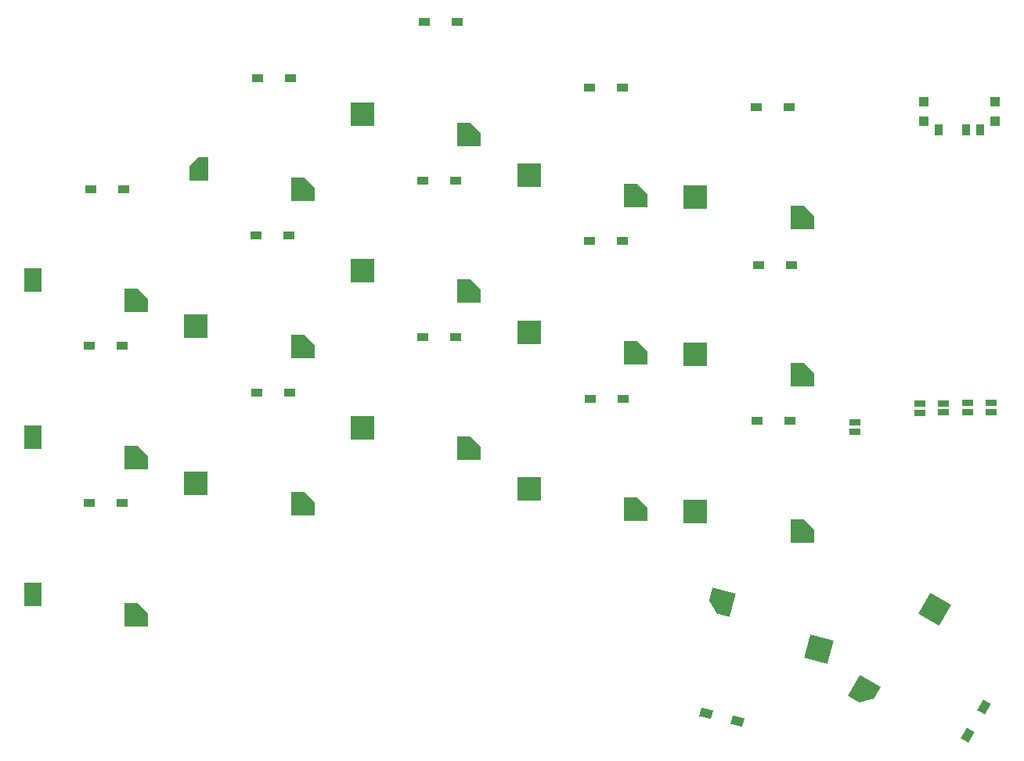
<source format=gbp>
G04 #@! TF.GenerationSoftware,KiCad,Pcbnew,9.0.2*
G04 #@! TF.CreationDate,2025-05-13T18:54:25-04:00*
G04 #@! TF.ProjectId,chocofi,63686f63-6f66-4692-9e6b-696361645f70,2.1*
G04 #@! TF.SameCoordinates,Original*
G04 #@! TF.FileFunction,Paste,Bot*
G04 #@! TF.FilePolarity,Positive*
%FSLAX46Y46*%
G04 Gerber Fmt 4.6, Leading zero omitted, Abs format (unit mm)*
G04 Created by KiCad (PCBNEW 9.0.2) date 2025-05-13 18:54:25*
%MOMM*%
%LPD*%
G01*
G04 APERTURE LIST*
G04 Aperture macros list*
%AMRotRect*
0 Rectangle, with rotation*
0 The origin of the aperture is its center*
0 $1 length*
0 $2 width*
0 $3 Rotation angle, in degrees counterclockwise*
0 Add horizontal line*
21,1,$1,$2,0,0,$3*%
%AMOutline5P*
0 Free polygon, 5 corners , with rotation*
0 The origin of the aperture is its center*
0 number of corners: always 5*
0 $1 to $10 corner X, Y*
0 $11 Rotation angle, in degrees counterclockwise*
0 create outline with 5 corners*
4,1,5,$1,$2,$3,$4,$5,$6,$7,$8,$9,$10,$1,$2,$11*%
%AMOutline6P*
0 Free polygon, 6 corners , with rotation*
0 The origin of the aperture is its center*
0 number of corners: always 6*
0 $1 to $12 corner X, Y*
0 $13 Rotation angle, in degrees counterclockwise*
0 create outline with 6 corners*
4,1,6,$1,$2,$3,$4,$5,$6,$7,$8,$9,$10,$11,$12,$1,$2,$13*%
%AMOutline7P*
0 Free polygon, 7 corners , with rotation*
0 The origin of the aperture is its center*
0 number of corners: always 7*
0 $1 to $14 corner X, Y*
0 $15 Rotation angle, in degrees counterclockwise*
0 create outline with 7 corners*
4,1,7,$1,$2,$3,$4,$5,$6,$7,$8,$9,$10,$11,$12,$13,$14,$1,$2,$15*%
%AMOutline8P*
0 Free polygon, 8 corners , with rotation*
0 The origin of the aperture is its center*
0 number of corners: always 8*
0 $1 to $16 corner X, Y*
0 $17 Rotation angle, in degrees counterclockwise*
0 create outline with 8 corners*
4,1,8,$1,$2,$3,$4,$5,$6,$7,$8,$9,$10,$11,$12,$13,$14,$15,$16,$1,$2,$17*%
G04 Aperture macros list end*
%ADD10R,1.300000X0.950000*%
%ADD11RotRect,1.300000X0.950000X345.000000*%
%ADD12RotRect,1.300000X0.950000X60.000000*%
%ADD13Outline5P,-1.300000X1.300000X0.130000X1.300000X1.300000X0.130000X1.300000X-1.300000X-1.300000X-1.300000X0.000000*%
%ADD14R,1.850000X2.600000*%
%ADD15Outline5P,-1.025000X0.275000X0.000000X1.300000X1.025000X1.300000X1.025000X-1.300000X-1.025000X-1.300000X0.000000*%
%ADD16R,2.600000X2.600000*%
%ADD17R,1.875000X2.600000*%
%ADD18Outline5P,-1.300000X1.300000X0.130000X1.300000X1.300000X0.130000X1.300000X-1.300000X-1.300000X-1.300000X165.000000*%
%ADD19RotRect,2.600000X2.600000X165.000000*%
%ADD20Outline5P,-1.300000X1.300000X0.130000X1.300000X1.300000X0.130000X1.300000X-1.300000X-1.300000X-1.300000X240.000000*%
%ADD21RotRect,2.600000X2.600000X240.000000*%
%ADD22R,1.143000X0.635000*%
%ADD23R,0.900000X1.300000*%
%ADD24R,1.000000X1.000000*%
G04 APERTURE END LIST*
D10*
X84229400Y-64312800D03*
X87779400Y-64312800D03*
X102314200Y-52273200D03*
X105864200Y-52273200D03*
X120297400Y-46228000D03*
X123847400Y-46228000D03*
X138229800Y-53289200D03*
X141779800Y-53289200D03*
X156213000Y-55422800D03*
X159763000Y-55422800D03*
X84127800Y-81229200D03*
X87677800Y-81229200D03*
X102111000Y-69342000D03*
X105661000Y-69342000D03*
X120195800Y-63347600D03*
X123745800Y-63347600D03*
X138179000Y-69900800D03*
X141729000Y-69900800D03*
X156517800Y-72491600D03*
X160067800Y-72491600D03*
X84127800Y-98247200D03*
X87677800Y-98247200D03*
X102212600Y-86309200D03*
X105762600Y-86309200D03*
X120195800Y-80314800D03*
X123745800Y-80314800D03*
X138280600Y-86969600D03*
X141830600Y-86969600D03*
X156314600Y-89357200D03*
X159864600Y-89357200D03*
D11*
X150799764Y-121001192D03*
X154228800Y-121920000D03*
D12*
X179070666Y-123432630D03*
X180845666Y-120358240D03*
D13*
X89185000Y-76350000D03*
D14*
X78010000Y-74150000D03*
D13*
X107185000Y-64350000D03*
D15*
X95960000Y-62150000D03*
D13*
X125185000Y-58350000D03*
D16*
X113635000Y-56150000D03*
D13*
X143185000Y-64970000D03*
D16*
X131635000Y-62770000D03*
D13*
X161185000Y-67350000D03*
D16*
X149635000Y-65150000D03*
D13*
X89185000Y-93350000D03*
D17*
X78010000Y-91150000D03*
D13*
X107185000Y-81350000D03*
D16*
X95635000Y-79150000D03*
D13*
X125185000Y-75350000D03*
D16*
X113635000Y-73150000D03*
D13*
X143185000Y-81970000D03*
D16*
X131635000Y-79770000D03*
D13*
X161185000Y-84350000D03*
D16*
X149635000Y-82150000D03*
D13*
X89185000Y-110350000D03*
D17*
X78010000Y-108150000D03*
D13*
X107185000Y-98350000D03*
D16*
X95635000Y-96150000D03*
D13*
X125185000Y-92350000D03*
D16*
X113635000Y-90150000D03*
D13*
X143185000Y-98975000D03*
D16*
X131635000Y-96775000D03*
D13*
X161185000Y-101350000D03*
D16*
X149635000Y-99150000D03*
D18*
X152436566Y-108985109D03*
D19*
X163023608Y-114099506D03*
D20*
X167869649Y-118651233D03*
D21*
X175549905Y-109748640D03*
D22*
X176480000Y-87478020D03*
X176480000Y-88478780D03*
X173930000Y-87507620D03*
X173930000Y-88508380D03*
X181640000Y-87428020D03*
X181640000Y-88428780D03*
X179060000Y-87448020D03*
X179060000Y-88448780D03*
D23*
X175931000Y-57880000D03*
X178931000Y-57880000D03*
X180431000Y-57880000D03*
D24*
X174331000Y-54830000D03*
X174331000Y-56930000D03*
X182031000Y-54830000D03*
X182031000Y-56930000D03*
D22*
X166878000Y-89542620D03*
X166878000Y-90543380D03*
M02*

</source>
